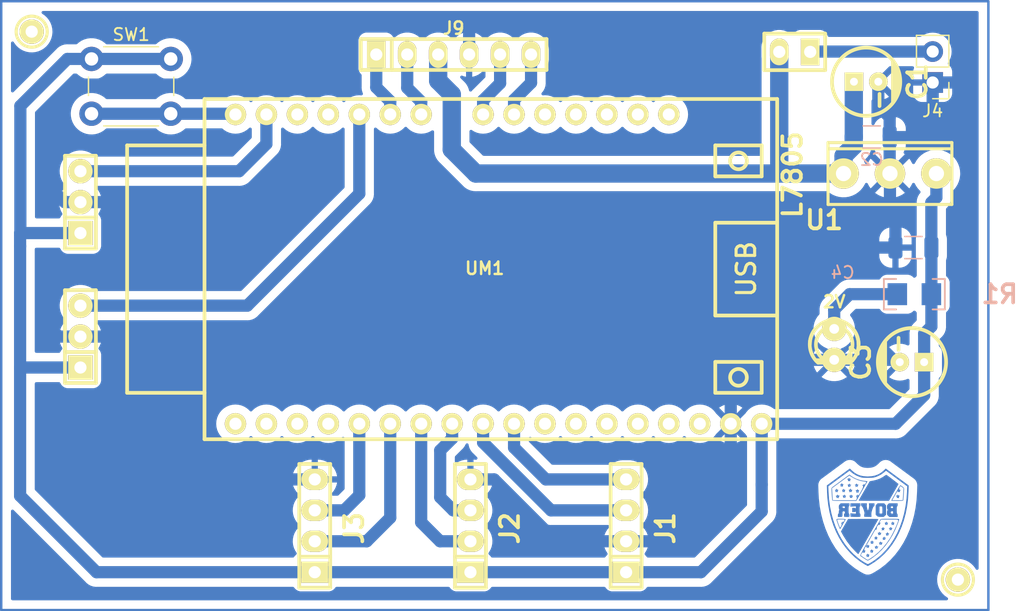
<source format=kicad_pcb>
(kicad_pcb (version 20211014) (generator pcbnew)
  (layers (0 "F.Cu" signal) (31 "B.Cu" signal) (34 "B.Paste" user) (35 "F.Paste" user) (36 "B.SilkS" user "B.Silkscreen") (37 "F.SilkS" user "F.Silkscreen") (38 "B.Mask" user) (39 "F.Mask" user) (44 "Edge.Cuts" user))
  (net 0 "")
  (net 1 "+7.5V")
  (net 2 "GND")
  (net 3 "+5V")
  (net 4 "/VBAT")
  (net 5 "/BOTON")
  (net 6 "Net-(R1-Pad1)")
  (net 7 "/D0B")
  (net 8 "/IN4")
  (net 9 "/IN3")
  (net 10 "/IN2")
  (net 11 "/IN1")
  (net 12 "/TRIGG_1")
  (net 18 "/ECCHO_1")
  (net 19 "/TRIGG_2")
  (net 20 "/ECCHO_2")
  (net 21 "/TRIGG_3")
  (net 22 "/ECCHO_3")
  (net 26 "/D0")
  (footprint "EESTN5:to220" (layer "F.Cu") (at 192.925 85.65)
    (fp_text reference "U1")
    (fp_text value "L7805")
  )
  (footprint "EESTN5:Pin_Header_6" (layer "F.Cu") (at 157.125 75.875)
    (fp_text reference "J9")
    (fp_text value "Input of Driver L9110" hide)
  )
  (footprint "EESTN5:pin_strip_4" (layer "F.Cu") (at 145.726 114.58 90)
    (fp_text reference "J3")
    (fp_text value "Ultrasonido" hide)
  )
  (footprint "EESTN5:led_3mm_red" (layer "F.Cu") (at 188.35 99.68)
    (fp_text reference "LED1" hide)
    (fp_text value "2V")
  )
  (footprint "EESTN5:CAP_ELEC_5x11mm" (layer "F.Cu") (at 190.97 78.11 -90)
    (fp_text reference "C1")
    (fp_text value "220uF" hide)
  )
  (footprint "EESTN5:pad_2mm" (layer "F.Cu") (at 122.5 74)
    (fp_text reference "H1" hide)
    (fp_text value "Mounting_Hole" hide)
  )
  (footprint "EESTN5:pin_strip_4" (layer "F.Cu") (at 171.274 114.58 90)
    (fp_text reference "J1")
    (fp_text value "Ultrasonido" hide)
  )
  (footprint "EESTN5:pin_strip_4" (layer "F.Cu") (at 158.5 114.58 90)
    (fp_text reference "J2")
    (fp_text value "Ultrasonido" hide)
  )
  (footprint "EESTN5:Pin_Strip_3" (layer "F.Cu") (at 126.5 99.04 90)
    (fp_text reference "J8" hide)
    (fp_text value "EncoderMotorIzquierda" hide)
  )
  (footprint "EESTN522:Jumper" (layer "F.Cu") (at 185.11 75.66 180)
    (fp_text reference "J5" hide)
    (fp_text value "Jumper" hide)
  )
  (footprint "EESTN5:ESP32_DEVKITC" (layer "F.Cu") (at 159.54 93.5)
    (fp_text reference "UM1")
    (fp_text value "ESP32_DEVKITC" hide)
  )
  (footprint "EESTN5:Pin_Strip_3" (layer "F.Cu") (at 126.5 88 90)
    (fp_text reference "J7" hide)
    (fp_text value "EncoderMotorDerecha" hide)
  )
  (footprint "EESTN5:pad_2mm" (layer "F.Cu") (at 198.5 119)
    (fp_text reference "H2" hide)
    (fp_text value "Mounting_Hole" hide)
  )
  (footprint "Connector_PinHeader_2.54mm:PinHeader_1x02_P2.54mm_Vertical" (layer "F.Cu") (at 196.43 78.175 180)
    (fp_text reference "J4")
    (fp_text value "CableAlimentacion")
  )
  (footprint "Button_Switch_THT:SW_PUSH_6mm_H4.3mm" (layer "F.Cu") (at 127.41 76.24)
    (fp_text reference "SW1")
    (fp_text value "SW_Push")
  )
  (footprint "clipboard:f8367c0e-1178-412a-9d09-4bd76832e1de" (layer "F.Cu") (at 187.806802 111.220117)
    (fp_text reference "")
    (fp_text value "")
  )
  (footprint "EESTN5:CAP_ELEC_5x11mm" (layer "F.Cu") (at 194.73 101.14 90)
    (fp_text reference "C3")
    (fp_text value "220uF" hide)
  )
  (footprint "EESTN5:R_1206" (layer "B.Cu") (at 194.927 95.56 180)
    (fp_text reference "R1")
    (fp_text value "470" hide)
  )
  (footprint "Capacitor_SMD:C_1206_3216Metric" (layer "B.Cu") (at 194.85 91.73)
    (fp_text reference "C4")
    (fp_text value "100nF")
  )
  (footprint "Capacitor_SMD:C_1206_3216Metric" (layer "B.Cu") (at 191.425 82.65)
    (fp_text reference "C2")
    (fp_text value "100nF")
  )
  (gr_rect (start 120 121.5) (end 201 71.5) (layer "B.Cu") (width 0.2) (fill none))
  (segment (start 189.95 82.65) (end 189.95 83.375) (width 1.5) (layer "B.Cu") (net 1))
  (segment (start 156.97 79.15) (end 156.97 83.68) (width 1.5) (layer "B.Cu") (net 1))
  (segment (start 189.95 83.375) (end 189.115 84.21) (width 1.5) (layer "B.Cu") (net 1))
  (segment (start 183.71 85.65) (end 183.84 85.52) (width 1.5) (layer "B.Cu") (net 1))
  (segment (start 189.95 82.65) (end 189.958489 82.641511) (width 1.5) (layer "B.Cu") (net 1))
  (segment (start 156.97 83.68) (end 158.94 85.65) (width 1.5) (layer "B.Cu") (net 1))
  (segment (start 155.855 75.875) (end 155.855 78.035) (width 1.5) (layer "B.Cu") (net 1))
  (segment (start 155.855 78.035) (end 156.97 79.15) (width 1.5) (layer "B.Cu") (net 1))
  (segment (start 189.115 84.21) (end 189.115 85.65) (width 1.5) (layer "B.Cu") (net 1))
  (segment (start 183.71 85.65) (end 189.115 85.65) (width 1.5) (layer "B.Cu") (net 1))
  (segment (start 189.958489 82.641511) (end 189.958489 78.11) (width 1.5) (layer "B.Cu") (net 1))
  (segment (start 158.94 85.65) (end 183.71 85.65) (width 1.5) (layer "B.Cu") (net 1))
  (segment (start 183.84 85.52) (end 183.84 75.66) (width 1.5) (layer "B.Cu") (net 1))
  (segment (start 165.528716 115.85) (end 171.274 115.85) (width 1) (layer "B.Cu") (net 2))
  (segment (start 179.86 100.81) (end 179.86 102.86) (width 1) (layer "B.Cu") (net 2))
  (segment (start 193.375 88.255) (end 193.375 91.73) (width 1) (layer "B.Cu") (net 2))
  (segment (start 123.57 96.602263) (end 123.55 96.582263) (width 1) (layer "B.Cu") (net 2))
  (segment (start 192.9 82.65) (end 192.9 81.03) (width 1) (layer "B.Cu") (net 2))
  (segment (start 192.925 85.65) (end 192.925 87.805) (width 1) (layer "B.Cu") (net 2))
  (segment (start 126.5 99.04) (end 124.71 99.04) (width 1) (layer "B.Cu") (net 2))
  (segment (start 158.395 75.875) (end 158.395 72.895) (width 1) (layer "B.Cu") (net 2))
  (segment (start 123.68 80.45) (end 125.78 78.35) (width 1) (layer "B.Cu") (net 2))
  (segment (start 123.57 97.9) (end 123.57 96.602263) (width 1) (layer "B.Cu") (net 2))
  (segment (start 198.465 78.175) (end 196.43 78.175) (width 1) (layer "B.Cu") (net 2))
  (segment (start 133.43 101.22) (end 133.43 108.65) (width 1) (layer "B.Cu") (net 2))
  (segment (start 123.55 94.71) (end 125.14 93.12) (width 1) (layer "B.Cu") (net 2))
  (segment (start 192.9 82.65) (end 192.925 82.675) (width 1) (layer "B.Cu") (net 2))
  (segment (start 139.12 78.35) (end 144.59 72.88) (width 1) (layer "B.Cu") (net 2))
  (segment (start 191.97 80.08) (end 191.97 78.11) (width 1) (layer "B.Cu") (net 2))
  (segment (start 179.86 93.08) (end 179.86 100.81) (width 1) (layer "B.Cu") (net 2))
  (segment (start 131.25 99.04) (end 133.43 101.22) (width 1) (layer "B.Cu") (net 2))
  (segment (start 192.9 85.625) (end 192.925 85.65) (width 1) (layer "B.Cu") (net 2))
  (segment (start 192.91 82.66) (end 195.3 82.66) (width 1) (layer "B.Cu") (net 2))
  (segment (start 123.68 86.47) (end 123.68 80.45) (width 1) (layer "B.Cu") (net 2))
  (segment (start 145.726 110.77) (end 135.55 110.77) (width 1) (layer "B.Cu") (net 2))
  (segment (start 129.78 88) (end 126.5 88) (width 1) (layer "B.Cu") (net 2))
  (segment (start 181.21 91.73) (end 179.86 93.08) (width 1) (layer "B.Cu") (net 2))
  (segment (start 179.86 106.2) (end 179.86 102.86) (width 1) (layer "B.Cu") (net 2))
  (segment (start 188.35 100.95) (end 193.54 100.95) (width 1) (layer "B.Cu") (net 2))
  (segment (start 179.86 111.66) (end 179.86 106.2) (width 1) (layer "B.Cu") (net 2))
  (segment (start 171.274 115.85) (end 175.67 115.85) (width 1) (layer "B.Cu") (net 2))
  (segment (start 191.96 80.09) (end 191.97 80.08) (width 1) (layer "B.Cu") (net 2))
  (segment (start 124.71 99.04) (end 123.57 97.9) (width 1) (layer "B.Cu") (net 2))
  (segment (start 125.21 88) (end 123.68 86.47) (width 1) (layer "B.Cu") (net 2))
  (segment (start 193.54 100.95) (end 193.73 101.14) (width 1) (layer "B.Cu") (net 2))
  (segment (start 192.945 85.67) (end 192.925 85.65) (width 1) (layer "B.Cu") (net 2))
  (segment (start 199.39 77.25) (end 198.465 78.175) (width 1) (layer "B.Cu") (net 2))
  (segment (start 199.39 74.11) (end 199.39 77.25) (width 1) (layer "B.Cu") (net 2))
  (segment (start 125.14 93.12) (end 129.14 93.12) (width 1) (layer "B.Cu") (net 2))
  (segment (start 192.822 82.572) (end 192.9 82.65) (width 1) (layer "B.Cu") (net 2))
  (segment (start 130.85 89.07) (end 129.78 88) (width 1) (layer "B.Cu") (net 2))
  (segment (start 144.59 72.88) (end 158.41 72.88) (width 1) (layer "B.Cu") (net 2))
  (segment (start 175.67 115.85) (end 179.86 111.66) (width 1) (layer "B.Cu") (net 2))
  (segment (start 192.9 81.03) (end 191.96 80.09) (width 1) (layer "B.Cu") (net 2))
  (segment (start 188.35 100.95) (end 180 100.95) (width 1) (layer "B.Cu") (net 2))
  (segment (start 158.5 110.77) (end 160.448716 110.77) (width 1) (layer "B.Cu") (net 2))
  (segment (start 198.16 72.88) (end 199.39 74.11) (width 1) (layer "B.Cu") (net 2))
  (segment (start 192.9 82.65) (end 192.9 85.625) (width 1) (layer "B.Cu") (net 2))
  (segment (start 192.9 82.65) (end 192.91 82.66) (width 1) (layer "B.Cu") (net 2))
  (segment (start 192.925 87.805) (end 193.375 88.255) (width 1) (layer "B.Cu") (net 2))
  (segment (start 125.78 78.35) (end 139.12 78.35) (width 1) (layer "B.Cu") (net 2))
  (segment (start 158.395 72.895) (end 158.41 72.88) (width 1) (layer "B.Cu") (net 2))
  (segment (start 130.85 91.41) (end 130.85 89.07) (width 1) (layer "B.Cu") (net 2))
  (segment (start 133.43 108.65) (end 135.55 110.77) (width 1) (layer "B.Cu") (net 2))
  (segment (start 126.5 88) (end 125.21 88) (width 1) (layer "B.Cu") (net 2))
  (segment (start 126.5 99.04) (end 131.25 99.04) (width 1) (layer "B.Cu") (net 2))
  (segment (start 192.95 85.675) (end 192.925 85.65) (width 1) (layer "B.Cu") (net 2))
  (segment (start 160.448716 110.77) (end 165.528716 115.85) (width 1) (layer "B.Cu") (net 2))
  (segment (start 129.14 93.12) (end 130.85 91.41) (width 1) (layer "B.Cu") (net 2))
  (segment (start 158.41 72.88) (end 198.16 72.88) (width 1) (layer "B.Cu") (net 2))
  (segment (start 196.43 81.53) (end 196.43 78.175) (width 1) (layer "B.Cu") (net 2))
  (segment (start 193.375 91.73) (end 181.21 91.73) (width 1) (layer "B.Cu") (net 2))
  (segment (start 180 100.95) (end 179.86 100.81) (width 1) (layer "B.Cu") (net 2))
  (segment (start 123.55 96.582263) (end 123.55 94.71) (width 1) (layer "B.Cu") (net 2))
  (segment (start 195.3 82.66) (end 196.43 81.53) (width 1) (layer "B.Cu") (net 2))
  (segment (start 145.726 118.39) (end 127.82 118.39) (width 1) (layer "B.Cu") (net 3))
  (segment (start 193.39 106.2) (end 195.73 103.86) (width 1) (layer "B.Cu") (net 3))
  (segment (start 196.187 95.54) (end 196.19 95.537) (width 1) (layer "B.Cu") (net 3))
  (segment (start 127.41 76.24) (end 133.91 76.24) (width 1) (layer "B.Cu") (net 3))
  (segment (start 158.5 118.39) (end 145.726 118.39) (width 1) (layer "B.Cu") (net 3))
  (segment (start 196.735 87.615) (end 196.32 88.03) (width 1) (layer "B.Cu") (net 3))
  (segment (start 125.43 76.24) (end 121.57 80.1) (width 1) (layer "B.Cu") (net 3))
  (segment (start 196.324 95.56) (end 196.324 91.731) (width 1) (layer "B.Cu") (net 3))
  (segment (start 195.73 103.86) (end 195.73 101.14) (width 1) (layer "B.Cu") (net 3))
  (segment (start 196.32 88.03) (end 196.32 91.725) (width 1) (layer "B.Cu") (net 3))
  (segment (start 121.55 90.56) (end 121.57 90.54) (width 1) (layer "B.Cu") (net 3))
  (segment (start 182.4 111.2) (end 182.4 106.2) (width 1) (layer "B.Cu") (net 3))
  (segment (start 196.324 98.214) (end 196.324 95.56) (width 1) (layer "B.Cu") (net 3))
  (segment (start 196.187 95.54) (end 196.06 95.413) (width 1) (layer "B.Cu") (net 3))
  (segment (start 182.4 113.4) (end 182.4 111.2) (width 1) (layer "B.Cu") (net 3))
  (segment (start 121.55 101.55) (end 121.55 91.62) (width 1) (layer "B.Cu") (net 3))
  (segment (start 121.57 90.54) (end 126.5 90.54) (width 1) (layer "B.Cu") (net 3))
  (segment (start 121.57 80.1) (end 121.57 90.54) (width 1) (layer "B.Cu") (net 3))
  (segment (start 121.55 112.12) (end 121.55 101.55) (width 1) (layer "B.Cu") (net 3))
  (segment (start 196.735 85.65) (end 196.735 87.615) (width 1) (layer "B.Cu") (net 3))
  (segment (start 127.82 118.39) (end 121.55 112.12) (width 1) (layer "B.Cu") (net 3))
  (segment (start 196.32 91.725) (end 196.325 91.73) (width 1) (layer "B.Cu") (net 3))
  (segment (start 127.41 76.24) (end 125.43 76.24) (width 1) (layer "B.Cu") (net 3))
  (segment (start 121.58 101.58) (end 121.55 101.55) (width 1) (layer "B.Cu") (net 3))
  (segment (start 171.274 118.39) (end 177.41 118.39) (width 1) (layer "B.Cu") (net 3))
  (segment (start 195.73 101.14) (end 195.73 98.808) (width 1) (layer "B.Cu") (net 3))
  (segment (start 121.55 91.62) (end 121.55 90.56) (width 1) (layer "B.Cu") (net 3))
  (segment (start 182.4 106.2) (end 193.39 106.2) (width 1) (layer "B.Cu") (net 3))
  (segment (start 195.73 98.808) (end 196.324 98.214) (width 1) (layer "B.Cu") (net 3))
  (segment (start 196.324 91.731) (end 196.325 91.73) (width 1) (layer "B.Cu") (net 3))
  (segment (start 126.5 101.58) (end 121.58 101.58) (width 1) (layer "B.Cu") (net 3))
  (segment (start 177.41 118.39) (end 182.4 113.4) (width 1) (layer "B.Cu") (net 3))
  (segment (start 196.29 95.437) (end 196.187 95.54) (width 1) (layer "B.Cu") (net 3))
  (segment (start 158.5 118.39) (end 171.274 118.39) (width 1) (layer "B.Cu") (net 3))
  (segment (start 186.405 75.635) (end 186.38 75.66) (width 1) (layer "B.Cu") (net 4))
  (segment (start 196.43 75.635) (end 186.405 75.635) (width 1) (layer "B.Cu") (net 4))
  (segment (start 133.91 80.74) (end 139.16 80.74) (width 1) (layer "B.Cu") (net 5))
  (segment (start 139.16 80.74) (end 139.22 80.8) (width 1) (layer "B.Cu") (net 5))
  (segment (start 127.41 80.74) (end 133.91 80.74) (width 1) (layer "B.Cu") (net 5))
  (segment (start 193.39 95.543) (end 193.393 95.54) (width 1) (layer "B.Cu") (net 6))
  (segment (start 189.61 95.56) (end 188.35 96.82) (width 1) (layer "B.Cu") (net 6))
  (segment (start 188.35 96.82) (end 188.35 98.41) (width 1) (layer "B.Cu") (net 6))
  (segment (start 193.53 95.56) (end 189.61 95.56) (width 1) (layer "B.Cu") (net 6))
  (segment (start 126.5 96.5) (end 140.19 96.5) (width 1) (layer "B.Cu") (net 7))
  (segment (start 140.19 96.5) (end 149.38 87.31) (width 1) (layer "B.Cu") (net 7))
  (segment (start 149.38 87.31) (end 149.38 80.8) (width 1) (layer "B.Cu") (net 7))
  (segment (start 162.08 79.595) (end 163.475 78.2) (width 1) (layer "B.Cu") (net 8))
  (segment (start 162.08 80.8) (end 162.08 79.595) (width 1) (layer "B.Cu") (net 8))
  (segment (start 163.475 78.2) (end 163.475 75.875) (width 1) (layer "B.Cu") (net 8))
  (segment (start 159.54 79.635) (end 160.935 78.24) (width 1) (layer "B.Cu") (net 9))
  (segment (start 159.54 80.8) (end 159.54 79.635) (width 1) (layer "B.Cu") (net 9))
  (segment (start 160.935 78.24) (end 160.935 75.875) (width 1) (layer "B.Cu") (net 9))
  (segment (start 153.315 78.615) (end 153.315 75.875) (width 1) (layer "B.Cu") (net 10))
  (segment (start 154.46 80.8) (end 154.46 79.76) (width 1) (layer "B.Cu") (net 10))
  (segment (start 154.46 79.76) (end 153.315 78.615) (width 1) (layer "B.Cu") (net 10))
  (segment (start 151.92 80.8) (end 151.92 79.72) (width 1) (layer "B.Cu") (net 11))
  (segment (start 151.92 79.72) (end 150.775 78.575) (width 1) (layer "B.Cu") (net 11))
  (segment (start 150.775 78.575) (end 150.775 75.875) (width 1) (layer "B.Cu") (net 11))
  (segment (start 171.274 110.77) (end 164.69 110.77) (width 1) (layer "B.Cu") (net 12))
  (segment (start 162.08 108.16) (end 162.08 106.2) (width 1) (layer "B.Cu") (net 12))
  (segment (start 164.69 110.77) (end 162.08 108.16) (width 1) (layer "B.Cu") (net 12))
  (segment (start 159.54 107.740642) (end 165.109358 113.31) (width 1) (layer "B.Cu") (net 18))
  (segment (start 159.54 106.2) (end 159.54 107.740642) (width 1) (layer "B.Cu") (net 18))
  (segment (start 165.109358 113.31) (end 171.274 113.31) (width 1) (layer "B.Cu") (net 18))
  (segment (start 156.01 115.85) (end 154.46 114.3) (width 1) (layer "B.Cu") (net 19))
  (segment (start 158.5 115.85) (end 156.01 115.85) (width 1) (layer "B.Cu") (net 19))
  (segment (start 154.46 114.3) (end 154.46 106.2) (width 1) (layer "B.Cu") (net 19))
  (segment (start 156.02 108.39) (end 157 107.41) (width 1) (layer "B.Cu") (net 20))
  (segment (start 158.5 113.31) (end 157.09 113.31) (width 1) (layer "B.Cu") (net 20))
  (segment (start 156.02 112.24) (end 156.02 108.39) (width 1) (layer "B.Cu") (net 20))
  (segment (start 157 107.41) (end 157 106.2) (width 1) (layer "B.Cu") (net 20))
  (segment (start 157.09 113.31) (end 156.02 112.24) (width 1) (layer "B.Cu") (net 20))
  (segment (start 151.92 113.92) (end 151.92 106.2) (width 1) (layer "B.Cu") (net 21))
  (segment (start 149.99 115.85) (end 151.92 113.92) (width 1) (layer "B.Cu") (net 21))
  (segment (start 145.726 115.85) (end 149.99 115.85) (width 1) (layer "B.Cu") (net 21))
  (segment (start 148.14 113.31) (end 149.38 112.07) (width 1) (layer "B.Cu") (net 22))
  (segment (start 149.38 112.07) (end 149.38 106.2) (width 1) (layer "B.Cu") (net 22))
  (segment (start 145.726 113.31) (end 148.14 113.31) (width 1) (layer "B.Cu") (net 22))
  (segment (start 139.52 85.46) (end 141.76 83.22) (width 1) (layer "B.Cu") (net 26))
  (segment (start 141.76 83.22) (end 141.76 80.8) (width 1) (layer "B.Cu") (net 26))
  (segment (start 126.5 85.46) (end 139.52 85.46) (width 1) (layer "B.Cu") (net 26))
  (zone (net 2) (net_name "GND") (layer "B.Cu") (connect_pads (clearance 0.7)) (min_thickness 0.254) (fill yes (thermal_gap 0.75) (thermal_bridge_width 0.508))
    (polygon (pts (xy 201.01 71.51) (xy 201 121.5) (xy 120 121.48) (xy 120 71.49)))
  )
)
</source>
